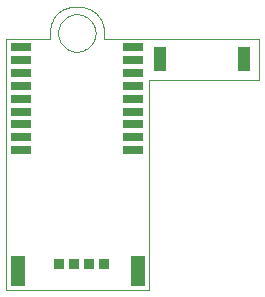
<source format=gbp>
G75*
%MOIN*%
%OFA0B0*%
%FSLAX24Y24*%
%IPPOS*%
%LPD*%
%AMOC8*
5,1,8,0,0,1.08239X$1,22.5*
%
%ADD10C,0.0000*%
%ADD11R,0.0394X0.0787*%
%ADD12R,0.0709X0.0276*%
%ADD13R,0.0709X0.0315*%
%ADD14R,0.0500X0.1000*%
%ADD15R,0.0320X0.0350*%
D10*
X007150Y007500D02*
X007150Y015875D01*
X008619Y015875D01*
X008619Y016168D01*
X008619Y016169D02*
X008622Y016222D01*
X008629Y016275D01*
X008639Y016328D01*
X008652Y016380D01*
X008670Y016431D01*
X008690Y016480D01*
X008714Y016528D01*
X008742Y016574D01*
X008772Y016618D01*
X008805Y016660D01*
X008841Y016700D01*
X008880Y016737D01*
X008921Y016772D01*
X008964Y016803D01*
X009010Y016832D01*
X009057Y016857D01*
X009106Y016879D01*
X009156Y016898D01*
X009207Y016913D01*
X009260Y016925D01*
X009313Y016933D01*
X009366Y016937D01*
X009420Y016938D01*
X009419Y016938D02*
X009556Y016938D01*
X009555Y016938D02*
X009612Y016937D01*
X009668Y016932D01*
X009724Y016924D01*
X009780Y016911D01*
X009834Y016895D01*
X009887Y016875D01*
X009938Y016852D01*
X009988Y016825D01*
X010036Y016795D01*
X010082Y016762D01*
X010125Y016725D01*
X010166Y016686D01*
X010204Y016644D01*
X010239Y016600D01*
X010271Y016553D01*
X010300Y016504D01*
X010325Y016454D01*
X010347Y016401D01*
X010365Y016348D01*
X010379Y016293D01*
X010390Y016237D01*
X010397Y016181D01*
X010400Y016125D01*
X010400Y016124D02*
X010400Y015875D01*
X015584Y015875D01*
X015584Y014503D01*
X011900Y014503D01*
X011900Y014250D01*
X011898Y007500D01*
X007150Y007500D01*
X008875Y016064D02*
X008877Y016114D01*
X008883Y016163D01*
X008893Y016212D01*
X008906Y016259D01*
X008924Y016306D01*
X008945Y016351D01*
X008969Y016394D01*
X008997Y016435D01*
X009028Y016474D01*
X009062Y016510D01*
X009099Y016544D01*
X009139Y016574D01*
X009180Y016601D01*
X009224Y016625D01*
X009269Y016645D01*
X009316Y016661D01*
X009364Y016674D01*
X009413Y016683D01*
X009463Y016688D01*
X009512Y016689D01*
X009562Y016686D01*
X009611Y016679D01*
X009660Y016668D01*
X009707Y016654D01*
X009753Y016635D01*
X009798Y016613D01*
X009841Y016588D01*
X009881Y016559D01*
X009919Y016527D01*
X009955Y016493D01*
X009988Y016455D01*
X010017Y016415D01*
X010043Y016373D01*
X010066Y016329D01*
X010085Y016283D01*
X010101Y016236D01*
X010113Y016187D01*
X010121Y016138D01*
X010125Y016089D01*
X010125Y016039D01*
X010121Y015990D01*
X010113Y015941D01*
X010101Y015892D01*
X010085Y015845D01*
X010066Y015799D01*
X010043Y015755D01*
X010017Y015713D01*
X009988Y015673D01*
X009955Y015635D01*
X009919Y015601D01*
X009881Y015569D01*
X009841Y015540D01*
X009798Y015515D01*
X009753Y015493D01*
X009707Y015474D01*
X009660Y015460D01*
X009611Y015449D01*
X009562Y015442D01*
X009512Y015439D01*
X009463Y015440D01*
X009413Y015445D01*
X009364Y015454D01*
X009316Y015467D01*
X009269Y015483D01*
X009224Y015503D01*
X009180Y015527D01*
X009139Y015554D01*
X009099Y015584D01*
X009062Y015618D01*
X009028Y015654D01*
X008997Y015693D01*
X008969Y015734D01*
X008945Y015777D01*
X008924Y015822D01*
X008906Y015869D01*
X008893Y015916D01*
X008883Y015965D01*
X008877Y016014D01*
X008875Y016064D01*
D11*
X012275Y015189D03*
X015070Y015189D03*
D12*
X011381Y015593D03*
X011381Y012168D03*
X007641Y012168D03*
X007641Y015593D03*
D13*
X007641Y015180D03*
X007641Y014746D03*
X007641Y014313D03*
X007641Y013880D03*
X007641Y013447D03*
X007641Y013014D03*
X007641Y012581D03*
X011381Y012581D03*
X011381Y013014D03*
X011381Y013447D03*
X011381Y013880D03*
X011381Y014313D03*
X011381Y014746D03*
X011381Y015180D03*
D14*
X011525Y008125D03*
X007525Y008125D03*
D15*
X008900Y008375D03*
X009400Y008375D03*
X009900Y008375D03*
X010400Y008375D03*
M02*

</source>
